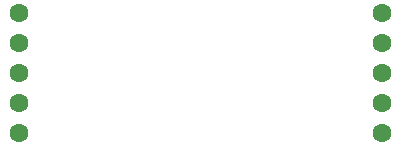
<source format=gbr>
G04*
G04 #@! TF.GenerationSoftware,Altium Limited,Altium Designer,25.0.2 (28)*
G04*
G04 Layer_Color=16711935*
%FSLAX25Y25*%
%MOIN*%
G70*
G04*
G04 #@! TF.SameCoordinates,3DC6336E-5C34-4527-9770-C00B4075D205*
G04*
G04*
G04 #@! TF.FilePolarity,Negative*
G04*
G01*
G75*
%ADD17C,0.06318*%
D17*
X14500Y12000D02*
D03*
Y22000D02*
D03*
Y32000D02*
D03*
Y42000D02*
D03*
Y52000D02*
D03*
X135500Y12000D02*
D03*
Y22000D02*
D03*
Y32000D02*
D03*
Y42000D02*
D03*
Y52000D02*
D03*
M02*

</source>
